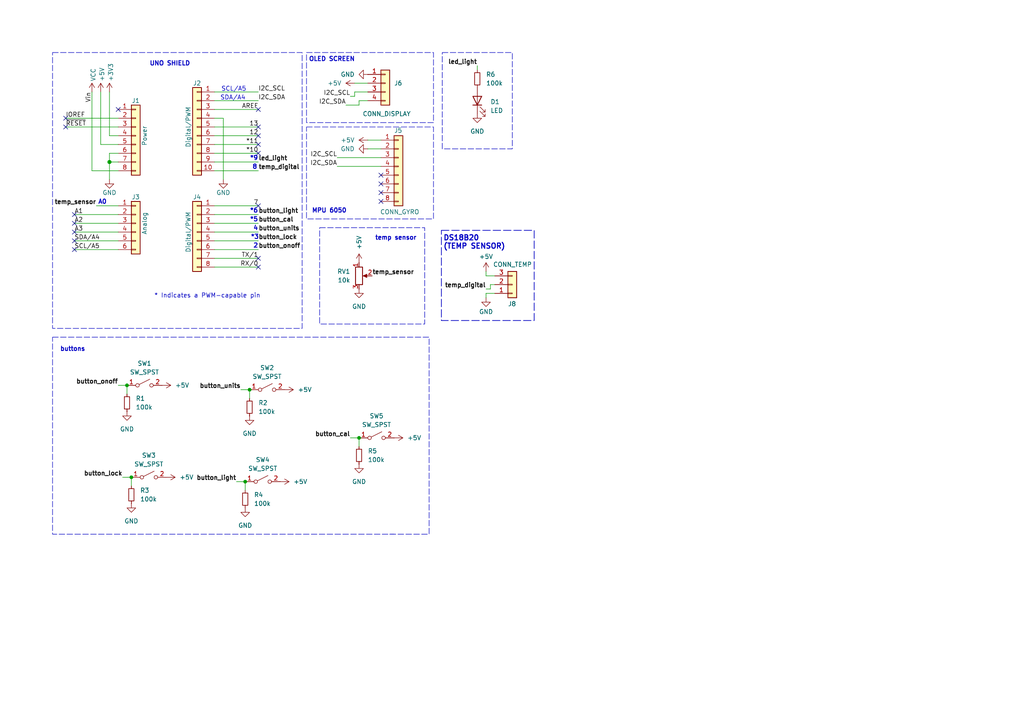
<source format=kicad_sch>
(kicad_sch (version 20231120) (generator "eeschema") (generator_version "8.0")
  (paper "A4")
  (title_block (title "Uno Shield ThermoPro") (date "2025-01-27") (rev "1.0") (company "Alexis Romo"))
  (lib_symbols
    (symbol "+5V_1" (power) (pin_numbers hide) (pin_names (offset 0) hide)
      (property "Value" "+5V" (at 0 3.556 0))
      (symbol "+5V_1_0_1"
        (polyline (pts (xy -0.762 1.27) (xy 0 2.54)))
        (polyline (pts (xy 0 0) (xy 0 2.54)))
        (polyline (pts (xy 0 2.54) (xy 0.762 1.27)))
      )
      (symbol "+5V_1_1_1"
        (pin power_in line (at 0 0 90) (length 0) (name "~") (number "1"))
      )
    )
    (symbol "Connector_Generic:Conn_01x03" (pin_names (offset 1.016) hide)
      (property "Reference" "J" (at 0 5.08 0))
      (property "Value" "Conn_01x03" (at 0 -5.08 0))
      (symbol "Conn_01x03_1_1"
        (rectangle (start -1.27 -2.413) (end 0 -2.667) (stroke (width 0.1524)))
        (rectangle (start -1.27 0.127) (end 0 -0.127) (stroke (width 0.1524)))
        (rectangle (start -1.27 2.667) (end 0 2.413) (stroke (width 0.1524)))
        (rectangle (start -1.27 3.81) (end 1.27 -3.81) (stroke (width 0.254)) (fill (type background)))
        (pin passive line (at -5.08 2.54 0) (length 3.81) (name "Pin_1") (number "1"))
        (pin passive line (at -5.08 0 0) (length 3.81) (name "Pin_2") (number "2"))
        (pin passive line (at -5.08 -2.54 0) (length 3.81) (name "Pin_3") (number "3"))
      )
    )
    (symbol "Connector_Generic:Conn_01x04" (pin_names (offset 1.016) hide)
      (property "Reference" "J" (at 0 5.08 0))
      (property "Value" "Conn_01x04" (at 0 -7.62 0))
      (symbol "Conn_01x04_1_1"
        (rectangle (start -1.27 -4.953) (end 0 -5.207) (stroke (width 0.1524)))
        (rectangle (start -1.27 -2.413) (end 0 -2.667) (stroke (width 0.1524)))
        (rectangle (start -1.27 0.127) (end 0 -0.127) (stroke (width 0.1524)))
        (rectangle (start -1.27 2.667) (end 0 2.413) (stroke (width 0.1524)))
        (rectangle (start -1.27 3.81) (end 1.27 -6.35) (stroke (width 0.254)) (fill (type background)))
        (pin passive line (at -5.08 2.54 0) (length 3.81) (name "Pin_1") (number "1"))
        (pin passive line (at -5.08 0 0) (length 3.81) (name "Pin_2") (number "2"))
        (pin passive line (at -5.08 -2.54 0) (length 3.81) (name "Pin_3") (number "3"))
        (pin passive line (at -5.08 -5.08 0) (length 3.81) (name "Pin_4") (number "4"))
      )
    )
    (symbol "Connector_Generic:Conn_01x06" (pin_names (offset 1.016) hide)
      (property "Reference" "J" (at 0 7.62 0))
      (property "Value" "Conn_01x06" (at 0 -10.16 0))
      (symbol "Conn_01x06_1_1"
        (rectangle (start -1.27 -7.493) (end 0 -7.747) (stroke (width 0.1524)))
        (rectangle (start -1.27 -4.953) (end 0 -5.207) (stroke (width 0.1524)))
        (rectangle (start -1.27 -2.413) (end 0 -2.667) (stroke (width 0.1524)))
        (rectangle (start -1.27 0.127) (end 0 -0.127) (stroke (width 0.1524)))
        (rectangle (start -1.27 2.667) (end 0 2.413) (stroke (width 0.1524)))
        (rectangle (start -1.27 5.207) (end 0 4.953) (stroke (width 0.1524)))
        (rectangle (start -1.27 6.35) (end 1.27 -8.89) (stroke (width 0.254)) (fill (type background)))
        (pin passive line (at -5.08 5.08 0) (length 3.81) (name "Pin_1") (number "1"))
        (pin passive line (at -5.08 2.54 0) (length 3.81) (name "Pin_2") (number "2"))
        (pin passive line (at -5.08 0 0) (length 3.81) (name "Pin_3") (number "3"))
        (pin passive line (at -5.08 -2.54 0) (length 3.81) (name "Pin_4") (number "4"))
        (pin passive line (at -5.08 -5.08 0) (length 3.81) (name "Pin_5") (number "5"))
        (pin passive line (at -5.08 -7.62 0) (length 3.81) (name "Pin_6") (number "6"))
      )
    )
    (symbol "Connector_Generic:Conn_01x08" (pin_names (offset 1.016) hide)
      (property "Reference" "J" (at 0 10.16 0))
      (property "Value" "Conn_01x08" (at 0 -12.7 0))
      (symbol "Conn_01x08_1_1"
        (rectangle (start -1.27 -10.033) (end 0 -10.287) (stroke (width 0.1524)))
        (rectangle (start -1.27 -7.493) (end 0 -7.747) (stroke (width 0.1524)))
        (rectangle (start -1.27 -4.953) (end 0 -5.207) (stroke (width 0.1524)))
        (rectangle (start -1.27 -2.413) (end 0 -2.667) (stroke (width 0.1524)))
        (rectangle (start -1.27 0.127) (end 0 -0.127) (stroke (width 0.1524)))
        (rectangle (start -1.27 2.667) (end 0 2.413) (stroke (width 0.1524)))
        (rectangle (start -1.27 5.207) (end 0 4.953) (stroke (width 0.1524)))
        (rectangle (start -1.27 7.747) (end 0 7.493) (stroke (width 0.1524)))
        (rectangle (start -1.27 8.89) (end 1.27 -11.43) (stroke (width 0.254)) (fill (type background)))
        (pin passive line (at -5.08 7.62 0) (length 3.81) (name "Pin_1") (number "1"))
        (pin passive line (at -5.08 5.08 0) (length 3.81) (name "Pin_2") (number "2"))
        (pin passive line (at -5.08 2.54 0) (length 3.81) (name "Pin_3") (number "3"))
        (pin passive line (at -5.08 0 0) (length 3.81) (name "Pin_4") (number "4"))
        (pin passive line (at -5.08 -2.54 0) (length 3.81) (name "Pin_5") (number "5"))
        (pin passive line (at -5.08 -5.08 0) (length 3.81) (name "Pin_6") (number "6"))
        (pin passive line (at -5.08 -7.62 0) (length 3.81) (name "Pin_7") (number "7"))
        (pin passive line (at -5.08 -10.16 0) (length 3.81) (name "Pin_8") (number "8"))
      )
    )
    (symbol "Connector_Generic:Conn_01x10" (pin_names (offset 1.016) hide)
      (property "Reference" "J" (at 0 12.7 0))
      (property "Value" "Conn_01x10" (at 0 -15.24 0))
      (symbol "Conn_01x10_1_1"
        (rectangle (start -1.27 -12.573) (end 0 -12.827) (stroke (width 0.1524)))
        (rectangle (start -1.27 -10.033) (end 0 -10.287) (stroke (width 0.1524)))
        (rectangle (start -1.27 -7.493) (end 0 -7.747) (stroke (width 0.1524)))
        (rectangle (start -1.27 -4.953) (end 0 -5.207) (stroke (width 0.1524)))
        (rectangle (start -1.27 -2.413) (end 0 -2.667) (stroke (width 0.1524)))
        (rectangle (start -1.27 0.127) (end 0 -0.127) (stroke (width 0.1524)))
        (rectangle (start -1.27 2.667) (end 0 2.413) (stroke (width 0.1524)))
        (rectangle (start -1.27 5.207) (end 0 4.953) (stroke (width 0.1524)))
        (rectangle (start -1.27 7.747) (end 0 7.493) (stroke (width 0.1524)))
        (rectangle (start -1.27 10.287) (end 0 10.033) (stroke (width 0.1524)))
        (rectangle (start -1.27 11.43) (end 1.27 -13.97) (stroke (width 0.254)) (fill (type background)))
        (pin passive line (at -5.08 10.16 0) (length 3.81) (name "Pin_1") (number "1"))
        (pin passive line (at -5.08 -12.7 0) (length 3.81) (name "Pin_10") (number "10"))
        (pin passive line (at -5.08 7.62 0) (length 3.81) (name "Pin_2") (number "2"))
        (pin passive line (at -5.08 5.08 0) (length 3.81) (name "Pin_3") (number "3"))
        (pin passive line (at -5.08 2.54 0) (length 3.81) (name "Pin_4") (number "4"))
        (pin passive line (at -5.08 0 0) (length 3.81) (name "Pin_5") (number "5"))
        (pin passive line (at -5.08 -2.54 0) (length 3.81) (name "Pin_6") (number "6"))
        (pin passive line (at -5.08 -5.08 0) (length 3.81) (name "Pin_7") (number "7"))
        (pin passive line (at -5.08 -7.62 0) (length 3.81) (name "Pin_8") (number "8"))
        (pin passive line (at -5.08 -10.16 0) (length 3.81) (name "Pin_9") (number "9"))
      )
    )
    (symbol "Device:LED" (pin_numbers hide) (pin_names (offset 1.016) hide)
      (property "Reference" "D" (at 0 2.54 0))
      (property "Value" "LED" (at 0 -2.54 0))
      (symbol "LED_0_1"
        (polyline (pts (xy -1.27 -1.27) (xy -1.27 1.27)) (stroke (width 0.254)))
        (polyline (pts (xy -1.27 0) (xy 1.27 0)))
        (polyline (pts (xy 1.27 -1.27) (xy 1.27 1.27) (xy -1.27 0) (xy 1.27 -1.27)) (stroke (width 0.254)))
        (polyline (pts (xy -3.048 -0.762) (xy -4.572 -2.286) (xy -3.81 -2.286) (xy -4.572 -2.286) (xy -4.572 -1.524)))
        (polyline (pts (xy -1.778 -0.762) (xy -3.302 -2.286) (xy -2.54 -2.286) (xy -3.302 -2.286) (xy -3.302 -1.524)))
      )
      (symbol "LED_1_1"
        (pin passive line (at -3.81 0 0) (length 2.54) (name "K") (number "1"))
        (pin passive line (at 3.81 0 180) (length 2.54) (name "A") (number "2"))
      )
    )
    (symbol "Device:R_Potentiometer" (pin_names (offset 1.016) hide)
      (property "Reference" "RV" (at -4.445 0 90))
      (property "Value" "R_Potentiometer" (at -2.54 0 90))
      (symbol "R_Potentiometer_0_1"
        (polyline (pts (xy 2.54 0) (xy 1.524 0)))
        (polyline (pts (xy 1.143 0) (xy 2.286 0.508) (xy 2.286 -0.508) (xy 1.143 0)) (fill (type outline)))
        (rectangle (start 1.016 2.54) (end -1.016 -2.54) (stroke (width 0.254)))
      )
      (symbol "R_Potentiometer_1_1"
        (pin passive line (at 0 3.81 270) (length 1.27) (name "1") (number "1"))
        (pin passive line (at 3.81 0 180) (length 1.27) (name "2") (number "2"))
        (pin passive line (at 0 -3.81 90) (length 1.27) (name "3") (number "3"))
      )
    )
    (symbol "Device:R_Small" (pin_numbers hide) (pin_names (offset 0.254) hide)
      (property "Reference" "R" (at 0.762 0.508 0))
      (property "Value" "R_Small" (at 0.762 -1.016 0))
      (symbol "R_Small_0_1"
        (rectangle (start -0.762 1.778) (end 0.762 -1.778) (stroke (width 0.2032)))
      )
      (symbol "R_Small_1_1"
        (pin passive line (at 0 2.54 270) (length 0.762) (name "~") (number "1"))
        (pin passive line (at 0 -2.54 90) (length 0.762) (name "~") (number "2"))
      )
    )
    (symbol "GND_1" (power) (pin_numbers hide) (pin_names (offset 0) hide)
      (property "Value" "GND" (at 0 -3.81 0))
      (symbol "GND_1_0_1"
        (polyline (pts (xy 0 0) (xy 0 -1.27) (xy 1.27 -1.27) (xy 0 -2.54) (xy -1.27 -1.27) (xy 0 -1.27)))
      )
      (symbol "GND_1_1_1"
        (pin power_in line (at 0 0 270) (length 0) (name "~") (number "1"))
      )
    )
    (symbol "Switch:SW_SPST" (pin_names (offset 0) hide)
      (property "Reference" "SW" (at 0 3.175 0))
      (property "Value" "SW_SPST" (at 0 -2.54 0))
      (symbol "SW_SPST_0_0"
        (circle (center -2.032 0) (radius 0.508))
        (polyline (pts (xy -1.524 0.254) (xy 1.524 1.778)))
        (circle (center 2.032 0) (radius 0.508))
      )
      (symbol "SW_SPST_1_1"
        (pin passive line (at -5.08 0 0) (length 2.54) (name "A") (number "1"))
        (pin passive line (at 5.08 0 180) (length 2.54) (name "B") (number "2"))
      )
    )
    (symbol "power:+3V3" (power) (pin_names (offset 0))
      (property "Value" "+3V3" (at 0 3.556 0))
      (symbol "+3V3_0_1"
        (polyline (pts (xy -0.762 1.27) (xy 0 2.54)))
        (polyline (pts (xy 0 0) (xy 0 2.54)))
        (polyline (pts (xy 0 2.54) (xy 0.762 1.27)))
      )
      (symbol "+3V3_1_1"
        (pin power_in line (at 0 0 90) (length 0) hide (name "+3V3") (number "1"))
      )
    )
    (symbol "power:+5V" (power) (pin_names (offset 0))
      (property "Value" "+5V" (at 0 3.556 0))
      (symbol "+5V_0_1"
        (polyline (pts (xy -0.762 1.27) (xy 0 2.54)))
        (polyline (pts (xy 0 0) (xy 0 2.54)))
        (polyline (pts (xy 0 2.54) (xy 0.762 1.27)))
      )
      (symbol "+5V_1_1"
        (pin power_in line (at 0 0 90) (length 0) hide (name "+5V") (number "1"))
      )
    )
    (symbol "power:GND" (power) (pin_names (offset 0))
      (property "Value" "GND" (at 0 -3.81 0))
      (symbol "GND_0_1"
        (polyline (pts (xy 0 0) (xy 0 -1.27) (xy 1.27 -1.27) (xy 0 -2.54) (xy -1.27 -1.27) (xy 0 -1.27)))
      )
      (symbol "GND_1_1"
        (pin power_in line (at 0 0 270) (length 0) hide (name "GND") (number "1"))
      )
    )
    (symbol "power:VCC" (power) (pin_names (offset 0))
      (property "Value" "VCC" (at 0 3.81 0))
      (symbol "VCC_0_1"
        (polyline (pts (xy -0.762 1.27) (xy 0 2.54)))
        (polyline (pts (xy 0 0) (xy 0 2.54)))
        (polyline (pts (xy 0 2.54) (xy 0.762 1.27)))
      )
      (symbol "VCC_1_1"
        (pin power_in line (at 0 0 90) (length 0) hide (name "VCC") (number "1"))
      )
    )
  )
  (junction (at 71.12 139.7))
  (junction (at 31.75 46.99) (diameter 1.016))
  (junction (at 36.83 111.76))
  (junction (at 38.1 138.43))
  (junction (at 104.14 127))
  (junction (at 72.39 113.03))
  (no_connect (at 110.49 55.88))
  (no_connect (at 21.59 69.85))
  (no_connect (at 74.93 31.75))
  (no_connect (at 74.93 44.45))
  (no_connect (at 110.49 50.8))
  (no_connect (at 21.59 64.77))
  (no_connect (at 74.93 41.91))
  (no_connect (at 110.49 58.42))
  (no_connect (at 74.93 77.47))
  (no_connect (at 74.93 39.37))
  (no_connect (at 110.49 53.34))
  (no_connect (at 19.05 36.83))
  (no_connect (at 74.93 36.83))
  (no_connect (at 74.93 59.69))
  (no_connect (at 21.59 62.23))
  (no_connect (at 34.29 31.75))
  (no_connect (at 21.59 67.31))
  (no_connect (at 19.05 34.29))
  (no_connect (at 74.93 74.93))
  (no_connect (at 21.59 72.39))
  (wire (pts (xy 62.23 77.47) (xy 74.93 77.47)))
  (wire (pts (xy 102.87 26.67) (xy 106.68 26.67)))
  (wire (pts (xy 62.23 44.45) (xy 74.93 44.45)))
  (wire (pts (xy 62.23 26.67) (xy 74.93 26.67)))
  (wire (pts (xy 101.6 27.94) (xy 102.87 27.94)))
  (wire (pts (xy 31.75 44.45) (xy 31.75 46.99)))
  (wire (pts (xy 102.87 24.13) (xy 106.68 24.13)))
  (wire (pts (xy 142.24 82.55) (xy 143.51 82.55)))
  (wire (pts (xy 21.59 72.39) (xy 34.29 72.39)))
  (wire (pts (xy 72.39 113.03) (xy 72.39 115.57)))
  (wire (pts (xy 138.43 19.05) (xy 138.43 20.32)))
  (wire (pts (xy 140.97 83.82) (xy 142.24 83.82)))
  (wire (pts (xy 31.75 46.99) (xy 31.75 52.07)))
  (wire (pts (xy 71.12 139.7) (xy 71.12 142.24)))
  (wire (pts (xy 31.75 39.37) (xy 34.29 39.37)))
  (wire (pts (xy 29.21 41.91) (xy 34.29 41.91)))
  (wire (pts (xy 29.21 26.67) (xy 29.21 41.91)))
  (wire (pts (xy 35.56 138.43) (xy 38.1 138.43)))
  (wire (pts (xy 104.14 29.21) (xy 104.14 30.48)))
  (wire (pts (xy 62.23 36.83) (xy 74.93 36.83)))
  (wire (pts (xy 31.75 26.67) (xy 31.75 39.37)))
  (wire (pts (xy 62.23 59.69) (xy 74.93 59.69)))
  (wire (pts (xy 34.29 59.69) (xy 27.94 59.69)))
  (wire (pts (xy 62.23 39.37) (xy 74.93 39.37)))
  (wire (pts (xy 62.23 62.23) (xy 74.93 62.23)))
  (wire (pts (xy 140.97 80.01) (xy 140.97 78.74)))
  (wire (pts (xy 62.23 46.99) (xy 74.93 46.99)))
  (wire (pts (xy 62.23 67.31) (xy 74.93 67.31)))
  (wire (pts (xy 19.05 34.29) (xy 34.29 34.29)))
  (wire (pts (xy 64.77 34.29) (xy 64.77 52.07)))
  (wire (pts (xy 104.14 127) (xy 104.14 129.54)))
  (wire (pts (xy 62.23 31.75) (xy 74.93 31.75)))
  (wire (pts (xy 38.1 138.43) (xy 38.1 140.97)))
  (wire (pts (xy 34.29 64.77) (xy 21.59 64.77)))
  (wire (pts (xy 19.05 36.83) (xy 34.29 36.83)))
  (wire (pts (xy 102.87 27.94) (xy 102.87 26.67)))
  (wire (pts (xy 34.29 46.99) (xy 31.75 46.99)))
  (wire (pts (xy 34.29 111.76) (xy 36.83 111.76)))
  (wire (pts (xy 34.29 49.53) (xy 26.67 49.53)))
  (wire (pts (xy 101.6 127) (xy 104.14 127)))
  (wire (pts (xy 21.59 62.23) (xy 34.29 62.23)))
  (wire (pts (xy 142.24 83.82) (xy 142.24 82.55)))
  (wire (pts (xy 36.83 111.76) (xy 36.83 114.3)))
  (wire (pts (xy 143.51 80.01) (xy 140.97 80.01)))
  (wire (pts (xy 62.23 34.29) (xy 64.77 34.29)))
  (wire (pts (xy 106.68 43.18) (xy 110.49 43.18)))
  (wire (pts (xy 34.29 44.45) (xy 31.75 44.45)))
  (wire (pts (xy 106.68 29.21) (xy 104.14 29.21)))
  (wire (pts (xy 62.23 41.91) (xy 74.93 41.91)))
  (wire (pts (xy 62.23 64.77) (xy 74.93 64.77)))
  (wire (pts (xy 21.59 67.31) (xy 34.29 67.31)))
  (wire (pts (xy 140.97 85.09) (xy 140.97 86.36)))
  (wire (pts (xy 143.51 85.09) (xy 140.97 85.09)))
  (wire (pts (xy 106.68 40.64) (xy 110.49 40.64)))
  (wire (pts (xy 62.23 29.21) (xy 74.93 29.21)))
  (wire (pts (xy 62.23 72.39) (xy 74.93 72.39)))
  (wire (pts (xy 104.14 30.48) (xy 100.33 30.48)))
  (wire (pts (xy 62.23 69.85) (xy 74.93 69.85)))
  (wire (pts (xy 97.79 45.72) (xy 110.49 45.72)))
  (wire (pts (xy 97.79 48.26) (xy 110.49 48.26)))
  (wire (pts (xy 68.58 139.7) (xy 71.12 139.7)))
  (wire (pts (xy 69.85 113.03) (xy 72.39 113.03)))
  (wire (pts (xy 62.23 74.93) (xy 74.93 74.93)))
  (wire (pts (xy 26.67 49.53) (xy 26.67 26.67)))
  (wire (pts (xy 34.29 69.85) (xy 21.59 69.85)))
  (wire (pts (xy 62.23 49.53) (xy 74.93 49.53)))
  (rectangle (start 15.24 15.24) (end 87.63 95.25) (stroke (width 0) (type dash)))
  (rectangle (start 15.24 97.79) (end 124.46 154.94) (stroke (width 0) (type dash)))
  (rectangle (start 128.27 15.24) (end 148.59 43.18) (stroke (width 0) (type dash)))
  (rectangle (start 128.016 66.802) (end 154.94 92.964) (stroke (width 0.2) (type dash)))
  (rectangle (start 88.9 15.24) (end 125.73 35.56) (stroke (width 0) (type dash)))
  (rectangle (start 92.71 66.04) (end 123.19 93.98) (stroke (width 0) (type dash)))
  (rectangle (start 113.03 154.94) (end 114.3 154.94))
  (rectangle (start 88.9 36.83) (end 125.73 63.5) (stroke (width 0) (type dash)))
  (text "buttons" (at 21.082 101.346 0) (effects (font (size 1.27 1.27) (thickness 0.254) (bold yes))))
  (text "DS18B20\n(TEMP SENSOR)" (at 128.524 70.358 0) (effects (font (size 1.5 1.5) (thickness 0.3) (bold yes)) (justify left)))
  (text "*5" (at 73.66 63.754 0) (effects (font (size 1.27 1.27) (thickness 0.254) (bold yes))))
  (text "OLED SCREEN" (at 96.266 17.272 0) (effects (font (size 1.27 1.27) (thickness 0.254) (bold yes))))
  (text "SDA/A4" (at 67.564 28.448 0) (effects (font (size 1.27 1.27))))
  (text "UNO SHIELD" (at 49.276 18.542 0) (effects (font (size 1.27 1.27) (thickness 0.254) (bold yes))))
  (text "4" (at 74.168 66.294 0) (effects (font (size 1.27 1.27) (thickness 0.254) (bold yes))))
  (text "*9" (at 73.66 45.974 0) (effects (font (size 1.27 1.27) (thickness 0.254) (bold yes))))
  (text "2" (at 74.168 71.374 0) (effects (font (size 1.27 1.27) (thickness 0.254) (bold yes))))
  (text "SCL/A5" (at 67.818 25.908 0) (effects (font (size 1.27 1.27))))
  (text "MPU 6050" (at 95.504 61.214 0) (effects (font (size 1.27 1.27) (thickness 0.254) (bold yes))))
  (text "*3" (at 73.914 68.834 0) (effects (font (size 1.27 1.27) (thickness 0.254) (bold yes))))
  (text "8" (at 73.914 48.514 0) (effects (font (size 1.27 1.27) (thickness 0.254) (bold yes))))
  (text "* Indicates a PWM-capable pin" (at 44.704 86.614 0) (effects (font (size 1.27 1.27)) (justify left bottom)))
  (text "*6" (at 73.66 61.214 0) (effects (font (size 1.27 1.27) (thickness 0.254) (bold yes))))
  (text "temp sensor" (at 114.808 69.088 0) (effects (font (size 1.27 1.27) (thickness 0.254) (bold yes))))
  (text "A0" (at 29.718 58.674 0) (effects (font (size 1.27 1.27) (thickness 0.254) (bold yes))))
  (label "led_light" (at 138.43 19.05 180) (effects (font (thickness 0.254) (bold yes))))
  (label "RX{slash}0" (at 74.93 77.47 180))
  (label "button_units" (at 69.85 113.03 180) (effects (font (thickness 0.254) (bold yes))))
  (label "A2" (at 21.59 64.77 0))
  (label "I2C_SCL" (at 101.6 27.94 180))
  (label "temp_sensor" (at 27.94 59.69 180) (effects (font (thickness 0.254) (bold yes))))
  (label "A3" (at 21.59 67.31 0))
  (label "13" (at 74.93 36.83 180))
  (label "button_lock" (at 35.56 138.43 180) (effects (font (thickness 0.254) (bold yes))))
  (label "12" (at 74.93 39.37 180))
  (label "button_units" (at 74.93 67.31 0) (effects (font (thickness 0.254) (bold yes))))
  (label "~{RESET}" (at 19.05 36.83 0))
  (label "*10" (at 74.93 44.45 180))
  (label "button_light" (at 74.93 62.23 0) (effects (font (thickness 0.254) (bold yes))))
  (label "temp_digital" (at 74.93 49.53 0) (effects (font (thickness 0.254) (bold yes))))
  (label "button_cal" (at 101.6 127 180) (effects (font (thickness 0.254) (bold yes))))
  (label "button_lock" (at 74.93 69.85 0) (effects (font (thickness 0.254) (bold yes))))
  (label "7" (at 74.93 59.69 180))
  (label "button_onoff" (at 74.93 72.39 0) (effects (font (thickness 0.254) (bold yes))))
  (label "temp_digital" (at 140.97 83.82 180) (effects (font (thickness 0.254) (bold yes))))
  (label "I2C_SDA" (at 97.79 48.26 180))
  (label "*11" (at 74.93 41.91 180))
  (label "button_onoff" (at 34.29 111.76 180) (effects (font (thickness 0.254) (bold yes))))
  (label "I2C_SDA" (at 100.33 30.48 180))
  (label "A1" (at 21.59 62.23 0))
  (label "button_cal" (at 74.93 64.77 0) (effects (font (thickness 0.254) (bold yes))))
  (label "TX{slash}1" (at 74.93 74.93 180))
  (label "led_light" (at 74.93 46.99 0) (effects (font (thickness 0.254) (bold yes))))
  (label "AREF" (at 74.93 31.75 180))
  (label "Vin" (at 26.67 26.67 270))
  (label "I2C_SCL" (at 97.79 45.72 180))
  (label "button_light" (at 68.58 139.7 180) (effects (font (thickness 0.254) (bold yes))))
  (label "IOREF" (at 19.05 34.29 0))
  (label "I2C_SCL" (at 74.93 26.67 0))
  (label "I2C_SDA" (at 74.93 29.21 0))
  (label "SDA{slash}A4" (at 21.59 69.85 0))
  (label "SCL{slash}A5" (at 21.59 72.39 0))
  (label "temp_sensor" (at 107.95 80.01 0) (effects (font (thickness 0.254) (bold yes))))
  (symbol (lib_id "Connector_Generic:Conn_01x08") (at 39.37 39.37 0) (unit 1)
    (property "Reference" "J1" (at 39.37 29.21 0))
    (property "Value" "Power" (at 41.91 39.37 90))
    (property "Footprint" "Connector_PinSocket_2.54mm:PinSocket_1x08_P2.54mm_Vertical" (effects (hide yes)))
  )
  (symbol (lib_id "power:+3V3") (at 31.75 26.67 0) (unit 1)
    (property "Reference" "#PWR03" (effects (hide yes)))
    (property "Value" "+3V3" (at 32.131 23.622 90) (effects (justify left)))
  )
  (symbol (lib_id "power:+5V") (at 29.21 26.67 0) (unit 1)
    (property "Reference" "#PWR02" (effects (hide yes)))
    (property "Value" "+5V" (at 29.5656 23.622 90) (effects (justify left)))
  )
  (symbol (lib_id "power:GND") (at 31.75 52.07 0) (unit 1)
    (property "Reference" "#PWR04" (effects (hide yes)))
    (property "Value" "GND" (at 31.75 55.88 0))
  )
  (symbol (lib_id "Connector_Generic:Conn_01x10") (at 57.15 36.83 0) (mirror y) (unit 1)
    (property "Reference" "J2" (at 57.15 24.13 0))
    (property "Value" "Digital/PWM" (at 54.61 36.83 90))
    (property "Footprint" "Connector_PinSocket_2.54mm:PinSocket_1x10_P2.54mm_Vertical" (effects (hide yes)))
  )
  (symbol (lib_id "power:GND") (at 64.77 52.07 0) (unit 1)
    (property "Reference" "#PWR05" (effects (hide yes)))
    (property "Value" "GND" (at 64.77 55.88 0))
  )
  (symbol (lib_id "Connector_Generic:Conn_01x06") (at 39.37 64.77 0) (unit 1)
    (property "Reference" "J3" (at 39.37 57.15 0))
    (property "Value" "Analog" (at 41.91 64.77 90))
    (property "Footprint" "Connector_PinSocket_2.54mm:PinSocket_1x06_P2.54mm_Vertical" (effects (hide yes)))
  )
  (symbol (lib_id "Connector_Generic:Conn_01x08") (at 57.15 67.31 0) (mirror y) (unit 1)
    (property "Reference" "J4" (at 57.15 57.15 0))
    (property "Value" "Digital/PWM" (at 54.61 67.31 90))
    (property "Footprint" "Connector_PinSocket_2.54mm:PinSocket_1x08_P2.54mm_Vertical" (effects (hide yes)))
  )
  (symbol (lib_id "Switch:SW_SPST") (at 109.22 127 0) (unit 1)
    (property "Reference" "SW5" (at 109.22 120.65 0))
    (property "Value" "SW_SPST" (at 109.22 123.19 0))
    (property "Footprint" "Button_Switch_THT:SW_PUSH_6mm" (effects (hide yes)))
    (property "Description" "Single Pole Single Throw (SPST) switch" (effects (hide yes)))
  )
  (symbol (lib_name "GND_1") (lib_id "power:GND") (at 71.12 147.32 0) (unit 1)
    (property "Reference" "#PWR016" (effects (hide yes)))
    (property "Value" "GND" (at 71.12 152.4 0))
    (property "Description" "Power symbol creates a global label with name \"GND\" , ground" (effects (hide yes)))
  )
  (symbol (lib_name "GND_1") (lib_id "power:GND") (at 106.68 21.59 270) (unit 1)
    (property "Reference" "#PWR09" (effects (hide yes)))
    (property "Value" "GND" (at 102.87 21.5899 90) (effects (justify right)))
    (property "Description" "Power symbol creates a global label with name \"GND\" , ground" (effects (hide yes)))
  )
  (symbol (lib_id "Connector_Generic:Conn_01x03") (at 148.59 82.55 0) (mirror x) (unit 1)
    (property "Reference" "J8" (at 147.32 88.138 0) (effects (justify left)))
    (property "Value" "CONN_TEMP" (at 143.002 76.708 0) (effects (justify left)))
    (property "Footprint" "Connector_JST:JST_XH_B3B-XH-A_1x03_P2.50mm_Vertical" (effects (hide yes)))
    (property "Description" "Generic connector, single row, 01x03, script generated (kicad-library-utils/schlib/autogen/connector/)" (effects (hide yes)))
  )
  (symbol (lib_id "Device:R_Small") (at 104.14 132.08 0) (unit 1)
    (property "Reference" "R5" (at 106.68 130.8099 0) (effects (justify left)))
    (property "Value" "100k" (at 106.68 133.3499 0) (effects (justify left)))
    (property "Footprint" "Resistor_THT:R_Axial_DIN0207_L6.3mm_D2.5mm_P10.16mm_Horizontal" (effects (hide yes)))
    (property "Description" "Resistor, small symbol" (effects (hide yes)))
  )
  (symbol (lib_id "Connector_Generic:Conn_01x08") (at 115.57 48.26 0) (unit 1)
    (property "Reference" "J5" (at 114.3 37.846 0) (effects (justify left)))
    (property "Value" "CONN_GYRO" (at 110.236 61.468 0) (effects (justify left)))
    (property "Footprint" "Connector_PinSocket_2.54mm:PinSocket_1x08_P2.54mm_Vertical" (effects (hide yes)))
    (property "Description" "Generic connector, single row, 01x08, script generated (kicad-library-utils/schlib/autogen/connector/)" (effects (hide yes)))
  )
  (symbol (lib_name "+5V_1") (lib_id "power:+5V") (at 81.28 139.7 270) (unit 1)
    (property "Reference" "#PWR017" (effects (hide yes)))
    (property "Value" "+5V" (at 85.09 139.6999 90) (effects (justify left)))
    (property "Description" "Power symbol creates a global label with name \"+5V\"" (effects (hide yes)))
  )
  (symbol (lib_name "GND_1") (lib_id "power:GND") (at 38.1 146.05 0) (unit 1)
    (property "Reference" "#PWR014" (effects (hide yes)))
    (property "Value" "GND" (at 38.1 151.13 0))
    (property "Description" "Power symbol creates a global label with name \"GND\" , ground" (effects (hide yes)))
  )
  (symbol (lib_id "power:+5V") (at 140.97 78.74 0) (unit 1)
    (property "Reference" "#PWR025" (effects (hide yes)))
    (property "Value" "+5V" (at 138.938 74.422 0) (effects (justify left)))
  )
  (symbol (lib_id "Connector_Generic:Conn_01x04") (at 111.76 24.13 0) (unit 1)
    (property "Reference" "J6" (at 114.3 24.1299 0) (effects (justify left)))
    (property "Value" "CONN_DISPLAY" (at 105.156 33.02 0) (effects (justify left)))
    (property "Footprint" "Connector_PinSocket_2.54mm:PinSocket_1x04_P2.54mm_Vertical" (effects (hide yes)))
    (property "Description" "Generic connector, single row, 01x04, script generated (kicad-library-utils/schlib/autogen/connector/)" (effects (hide yes)))
  )
  (symbol (lib_name "+5V_1") (lib_id "power:+5V") (at 106.68 40.64 90) (unit 1)
    (property "Reference" "#PWR06" (effects (hide yes)))
    (property "Value" "+5V" (at 102.87 40.6399 90) (effects (justify left)))
    (property "Description" "Power symbol creates a global label with name \"+5V\"" (effects (hide yes)))
  )
  (symbol (lib_id "power:GND") (at 140.97 86.36 0) (unit 1)
    (property "Reference" "#PWR026" (effects (hide yes)))
    (property "Value" "GND" (at 140.97 90.424 0))
  )
  (symbol (lib_name "+5V_1") (lib_id "power:+5V") (at 114.3 127 270) (unit 1)
    (property "Reference" "#PWR019" (effects (hide yes)))
    (property "Value" "+5V" (at 118.11 126.9999 90) (effects (justify left)))
    (property "Description" "Power symbol creates a global label with name \"+5V\"" (effects (hide yes)))
  )
  (symbol (lib_id "Switch:SW_SPST") (at 41.91 111.76 0) (unit 1)
    (property "Reference" "SW1" (at 41.91 105.41 0))
    (property "Value" "SW_SPST" (at 41.91 107.95 0))
    (property "Footprint" "Button_Switch_THT:SW_PUSH_6mm" (effects (hide yes)))
    (property "Description" "Single Pole Single Throw (SPST) switch" (effects (hide yes)))
  )
  (symbol (lib_id "Switch:SW_SPST") (at 76.2 139.7 0) (unit 1)
    (property "Reference" "SW4" (at 76.2 133.35 0))
    (property "Value" "SW_SPST" (at 76.2 135.89 0))
    (property "Footprint" "Button_Switch_THT:SW_PUSH_6mm" (effects (hide yes)))
    (property "Description" "Single Pole Single Throw (SPST) switch" (effects (hide yes)))
  )
  (symbol (lib_id "power:VCC") (at 26.67 26.67 0) (unit 1)
    (property "Reference" "#PWR01" (effects (hide yes)))
    (property "Value" "VCC" (at 27.051 23.622 90) (effects (justify left)))
  )
  (symbol (lib_name "+5V_1") (lib_id "power:+5V") (at 48.26 138.43 270) (unit 1)
    (property "Reference" "#PWR015" (effects (hide yes)))
    (property "Value" "+5V" (at 52.07 138.4299 90) (effects (justify left)))
    (property "Description" "Power symbol creates a global label with name \"+5V\"" (effects (hide yes)))
  )
  (symbol (lib_id "Device:R_Potentiometer") (at 104.14 80.01 0) (unit 1)
    (property "Reference" "RV1" (at 101.6 78.7399 0) (effects (justify right)))
    (property "Value" "10k" (at 101.6 81.2799 0) (effects (justify right)))
    (property "Footprint" "Potentiometer_THT:Potentiometer_Bourns_3386P_Vertical" (effects (hide yes)))
    (property "Description" "Potentiometer" (effects (hide yes)))
  )
  (symbol (lib_id "Device:R_Small") (at 72.39 118.11 0) (unit 1)
    (property "Reference" "R2" (at 74.93 116.8399 0) (effects (justify left)))
    (property "Value" "100k" (at 74.93 119.3799 0) (effects (justify left)))
    (property "Footprint" "Resistor_THT:R_Axial_DIN0207_L6.3mm_D2.5mm_P10.16mm_Horizontal" (effects (hide yes)))
    (property "Description" "Resistor, small symbol" (effects (hide yes)))
  )
  (symbol (lib_id "Device:R_Small") (at 36.83 116.84 0) (unit 1)
    (property "Reference" "R1" (at 39.37 115.5699 0) (effects (justify left)))
    (property "Value" "100k" (at 39.37 118.1099 0) (effects (justify left)))
    (property "Footprint" "Resistor_THT:R_Axial_DIN0207_L6.3mm_D2.5mm_P10.16mm_Horizontal" (effects (hide yes)))
    (property "Description" "Resistor, small symbol" (effects (hide yes)))
  )
  (symbol (lib_name "+5V_1") (lib_id "power:+5V") (at 46.99 111.76 270) (unit 1)
    (property "Reference" "#PWR011" (effects (hide yes)))
    (property "Value" "+5V" (at 50.8 111.7599 90) (effects (justify left)))
    (property "Description" "Power symbol creates a global label with name \"+5V\"" (effects (hide yes)))
  )
  (symbol (lib_id "Device:LED") (at 138.43 29.21 90) (unit 1)
    (property "Reference" "D1" (at 142.24 29.5274 90) (effects (justify right)))
    (property "Value" "LED" (at 142.24 32.0674 90) (effects (justify right)))
    (property "Footprint" "LED_THT:LED_D5.0mm" (effects (hide yes)))
    (property "Description" "Light emitting diode" (effects (hide yes)))
  )
  (symbol (lib_name "+5V_1") (lib_id "power:+5V") (at 104.14 76.2 0) (unit 1)
    (property "Reference" "#PWR021" (effects (hide yes)))
    (property "Value" "+5V" (at 104.1399 72.39 90) (effects (justify left)))
    (property "Description" "Power symbol creates a global label with name \"+5V\"" (effects (hide yes)))
  )
  (symbol (lib_id "Switch:SW_SPST") (at 77.47 113.03 0) (unit 1)
    (property "Reference" "SW2" (at 77.47 106.68 0))
    (property "Value" "SW_SPST" (at 77.47 109.22 0))
    (property "Footprint" "Button_Switch_THT:SW_PUSH_6mm" (effects (hide yes)))
    (property "Description" "Single Pole Single Throw (SPST) switch" (effects (hide yes)))
  )
  (symbol (lib_name "+5V_1") (lib_id "power:+5V") (at 102.87 24.13 90) (unit 1)
    (property "Reference" "#PWR08" (effects (hide yes)))
    (property "Value" "+5V" (at 99.06 24.1299 90) (effects (justify left)))
    (property "Description" "Power symbol creates a global label with name \"+5V\"" (effects (hide yes)))
  )
  (symbol (lib_name "GND_1") (lib_id "power:GND") (at 36.83 119.38 0) (unit 1)
    (property "Reference" "#PWR010" (effects (hide yes)))
    (property "Value" "GND" (at 36.83 124.46 0))
    (property "Description" "Power symbol creates a global label with name \"GND\" , ground" (effects (hide yes)))
  )
  (symbol (lib_name "GND_1") (lib_id "power:GND") (at 72.39 120.65 0) (unit 1)
    (property "Reference" "#PWR012" (effects (hide yes)))
    (property "Value" "GND" (at 72.39 125.73 0))
    (property "Description" "Power symbol creates a global label with name \"GND\" , ground" (effects (hide yes)))
  )
  (symbol (lib_id "Device:R_Small") (at 138.43 22.86 0) (unit 1)
    (property "Reference" "R6" (at 140.97 21.5899 0) (effects (justify left)))
    (property "Value" "100k" (at 140.97 24.1299 0) (effects (justify left)))
    (property "Footprint" "Resistor_THT:R_Axial_DIN0207_L6.3mm_D2.5mm_P10.16mm_Horizontal" (effects (hide yes)))
    (property "Description" "Resistor, small symbol" (effects (hide yes)))
  )
  (symbol (lib_name "GND_1") (lib_id "power:GND") (at 106.68 43.18 270) (unit 1)
    (property "Reference" "#PWR07" (effects (hide yes)))
    (property "Value" "GND" (at 102.87 43.1799 90) (effects (justify right)))
    (property "Description" "Power symbol creates a global label with name \"GND\" , ground" (effects (hide yes)))
  )
  (symbol (lib_id "Switch:SW_SPST") (at 43.18 138.43 0) (unit 1)
    (property "Reference" "SW3" (at 43.18 132.08 0))
    (property "Value" "SW_SPST" (at 43.18 134.62 0))
    (property "Footprint" "Button_Switch_THT:SW_PUSH_6mm" (effects (hide yes)))
    (property "Description" "Single Pole Single Throw (SPST) switch" (effects (hide yes)))
  )
  (symbol (lib_name "GND_1") (lib_id "power:GND") (at 104.14 134.62 0) (unit 1)
    (property "Reference" "#PWR018" (effects (hide yes)))
    (property "Value" "GND" (at 104.14 139.7 0))
    (property "Description" "Power symbol creates a global label with name \"GND\" , ground" (effects (hide yes)))
  )
  (symbol (lib_name "GND_1") (lib_id "power:GND") (at 138.43 33.02 0) (unit 1)
    (property "Reference" "#PWR020" (effects (hide yes)))
    (property "Value" "GND" (at 138.43 38.1 0))
    (property "Description" "Power symbol creates a global label with name \"GND\" , ground" (effects (hide yes)))
  )
  (symbol (lib_name "GND_1") (lib_id "power:GND") (at 104.14 83.82 0) (unit 1)
    (property "Reference" "#PWR022" (effects (hide yes)))
    (property "Value" "GND" (at 104.14 88.9 0))
    (property "Description" "Power symbol creates a global label with name \"GND\" , ground" (effects (hide yes)))
  )
  (symbol (lib_name "+5V_1") (lib_id "power:+5V") (at 82.55 113.03 270) (unit 1)
    (property "Reference" "#PWR013" (effects (hide yes)))
    (property "Value" "+5V" (at 86.36 113.0299 90) (effects (justify left)))
    (property "Description" "Power symbol creates a global label with name \"+5V\"" (effects (hide yes)))
  )
  (symbol (lib_id "Device:R_Small") (at 71.12 144.78 0) (unit 1)
    (property "Reference" "R4" (at 73.66 143.5099 0) (effects (justify left)))
    (property "Value" "100k" (at 73.66 146.0499 0) (effects (justify left)))
    (property "Footprint" "Resistor_THT:R_Axial_DIN0207_L6.3mm_D2.5mm_P10.16mm_Horizontal" (effects (hide yes)))
    (property "Description" "Resistor, small symbol" (effects (hide yes)))
  )
  (symbol (lib_id "Device:R_Small") (at 38.1 143.51 0) (unit 1)
    (property "Reference" "R3" (at 40.64 142.2399 0) (effects (justify left)))
    (property "Value" "100k" (at 40.64 144.7799 0) (effects (justify left)))
    (property "Footprint" "Resistor_THT:R_Axial_DIN0207_L6.3mm_D2.5mm_P10.16mm_Horizontal" (effects (hide yes)))
    (property "Description" "Resistor, small symbol" (effects (hide yes)))
  )
)
</source>
